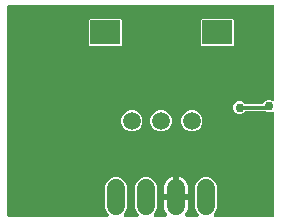
<source format=gbr>
G04 EAGLE Gerber RS-274X export*
G75*
%MOMM*%
%FSLAX34Y34*%
%LPD*%
%INBottom Copper*%
%IPPOS*%
%AMOC8*
5,1,8,0,0,1.08239X$1,22.5*%
G01*
%ADD10C,1.508000*%
%ADD11R,2.500000X2.000000*%
%ADD12C,1.524000*%
%ADD13C,0.756400*%
%ADD14C,0.304800*%

G36*
X97154Y12077D02*
X97154Y12077D01*
X97254Y12079D01*
X97327Y12097D01*
X97400Y12106D01*
X97495Y12139D01*
X97592Y12164D01*
X97659Y12198D01*
X97729Y12223D01*
X97813Y12278D01*
X97902Y12324D01*
X97959Y12372D01*
X98021Y12412D01*
X98091Y12484D01*
X98168Y12549D01*
X98212Y12609D01*
X98264Y12663D01*
X98315Y12749D01*
X98375Y12830D01*
X98404Y12898D01*
X98442Y12962D01*
X98473Y13058D01*
X98513Y13150D01*
X98526Y13223D01*
X98549Y13294D01*
X98557Y13394D01*
X98574Y13493D01*
X98571Y13567D01*
X98577Y13641D01*
X98562Y13741D01*
X98557Y13841D01*
X98536Y13912D01*
X98525Y13986D01*
X98488Y14079D01*
X98460Y14176D01*
X98424Y14241D01*
X98396Y14310D01*
X98339Y14392D01*
X98290Y14480D01*
X98225Y14556D01*
X98197Y14596D01*
X98171Y14620D01*
X98131Y14666D01*
X97022Y15775D01*
X95630Y19136D01*
X95630Y38014D01*
X97023Y41375D01*
X99595Y43947D01*
X102956Y45340D01*
X106594Y45340D01*
X109955Y43947D01*
X112527Y41375D01*
X113920Y38014D01*
X113920Y19136D01*
X112528Y15775D01*
X111419Y14666D01*
X111356Y14587D01*
X111286Y14515D01*
X111248Y14451D01*
X111202Y14393D01*
X111159Y14302D01*
X111108Y14216D01*
X111085Y14145D01*
X111053Y14078D01*
X111032Y13980D01*
X111001Y13884D01*
X110995Y13810D01*
X110980Y13737D01*
X110981Y13637D01*
X110973Y13537D01*
X110984Y13463D01*
X110986Y13389D01*
X111010Y13292D01*
X111025Y13192D01*
X111053Y13123D01*
X111071Y13051D01*
X111117Y12962D01*
X111154Y12868D01*
X111196Y12807D01*
X111230Y12741D01*
X111295Y12665D01*
X111353Y12582D01*
X111408Y12532D01*
X111456Y12476D01*
X111537Y12416D01*
X111612Y12349D01*
X111677Y12313D01*
X111736Y12268D01*
X111829Y12229D01*
X111917Y12180D01*
X111988Y12160D01*
X112056Y12130D01*
X112155Y12113D01*
X112252Y12085D01*
X112352Y12077D01*
X112399Y12069D01*
X112435Y12071D01*
X112496Y12066D01*
X122454Y12066D01*
X122554Y12077D01*
X122654Y12079D01*
X122727Y12097D01*
X122800Y12106D01*
X122895Y12139D01*
X122992Y12164D01*
X123059Y12198D01*
X123129Y12223D01*
X123213Y12278D01*
X123302Y12324D01*
X123359Y12372D01*
X123421Y12412D01*
X123491Y12484D01*
X123568Y12549D01*
X123612Y12609D01*
X123664Y12663D01*
X123715Y12749D01*
X123775Y12830D01*
X123804Y12898D01*
X123842Y12962D01*
X123873Y13058D01*
X123913Y13150D01*
X123926Y13223D01*
X123949Y13294D01*
X123957Y13394D01*
X123974Y13493D01*
X123971Y13567D01*
X123977Y13641D01*
X123962Y13741D01*
X123957Y13841D01*
X123936Y13912D01*
X123925Y13986D01*
X123888Y14079D01*
X123860Y14176D01*
X123824Y14241D01*
X123796Y14310D01*
X123739Y14392D01*
X123690Y14480D01*
X123625Y14556D01*
X123597Y14596D01*
X123571Y14620D01*
X123531Y14666D01*
X122422Y15775D01*
X121030Y19136D01*
X121030Y38014D01*
X122423Y41375D01*
X124995Y43947D01*
X128356Y45340D01*
X131994Y45340D01*
X135355Y43947D01*
X137927Y41375D01*
X139320Y38014D01*
X139320Y19136D01*
X137928Y15775D01*
X136819Y14666D01*
X136756Y14587D01*
X136686Y14515D01*
X136648Y14451D01*
X136602Y14393D01*
X136559Y14302D01*
X136508Y14216D01*
X136485Y14145D01*
X136453Y14078D01*
X136432Y13980D01*
X136401Y13884D01*
X136395Y13810D01*
X136380Y13737D01*
X136381Y13637D01*
X136373Y13537D01*
X136384Y13463D01*
X136386Y13389D01*
X136410Y13292D01*
X136425Y13192D01*
X136453Y13123D01*
X136471Y13051D01*
X136517Y12962D01*
X136554Y12868D01*
X136596Y12807D01*
X136630Y12741D01*
X136695Y12665D01*
X136753Y12582D01*
X136808Y12532D01*
X136856Y12476D01*
X136937Y12416D01*
X137012Y12349D01*
X137077Y12313D01*
X137136Y12268D01*
X137229Y12229D01*
X137317Y12180D01*
X137388Y12160D01*
X137456Y12130D01*
X137555Y12113D01*
X137652Y12085D01*
X137752Y12077D01*
X137799Y12069D01*
X137835Y12071D01*
X137896Y12066D01*
X146485Y12066D01*
X146639Y12084D01*
X146793Y12097D01*
X146812Y12103D01*
X146831Y12106D01*
X146977Y12158D01*
X147124Y12207D01*
X147141Y12217D01*
X147159Y12223D01*
X147289Y12307D01*
X147422Y12388D01*
X147435Y12402D01*
X147452Y12412D01*
X147560Y12524D01*
X147670Y12632D01*
X147680Y12649D01*
X147694Y12663D01*
X147774Y12796D01*
X147856Y12927D01*
X147863Y12945D01*
X147873Y12962D01*
X147920Y13109D01*
X147971Y13256D01*
X147973Y13275D01*
X147979Y13294D01*
X147991Y13448D01*
X148008Y13603D01*
X148005Y13622D01*
X148007Y13641D01*
X147984Y13794D01*
X147965Y13949D01*
X147958Y13967D01*
X147955Y13986D01*
X147898Y14130D01*
X147844Y14276D01*
X147832Y14295D01*
X147826Y14310D01*
X147802Y14346D01*
X147717Y14484D01*
X146885Y15630D01*
X146159Y17055D01*
X145664Y18576D01*
X145414Y20155D01*
X145414Y26036D01*
X154559Y26036D01*
X154585Y26039D01*
X154611Y26037D01*
X154758Y26059D01*
X154905Y26076D01*
X154930Y26084D01*
X154956Y26088D01*
X155093Y26143D01*
X155233Y26193D01*
X155255Y26207D01*
X155280Y26217D01*
X155401Y26302D01*
X155526Y26382D01*
X155544Y26401D01*
X155566Y26416D01*
X155580Y26432D01*
X155665Y26350D01*
X155688Y26336D01*
X155707Y26319D01*
X155837Y26247D01*
X155964Y26171D01*
X155989Y26163D01*
X156012Y26150D01*
X156155Y26110D01*
X156296Y26065D01*
X156322Y26062D01*
X156347Y26055D01*
X156591Y26036D01*
X165736Y26036D01*
X165736Y20155D01*
X165486Y18576D01*
X164991Y17055D01*
X164265Y15630D01*
X163433Y14484D01*
X163357Y14349D01*
X163277Y14216D01*
X163271Y14198D01*
X163262Y14181D01*
X163218Y14031D01*
X163171Y13884D01*
X163170Y13865D01*
X163164Y13846D01*
X163155Y13691D01*
X163143Y13537D01*
X163146Y13518D01*
X163145Y13498D01*
X163172Y13345D01*
X163195Y13192D01*
X163202Y13174D01*
X163205Y13155D01*
X163266Y13012D01*
X163324Y12868D01*
X163335Y12852D01*
X163342Y12835D01*
X163434Y12709D01*
X163522Y12582D01*
X163537Y12569D01*
X163548Y12554D01*
X163666Y12452D01*
X163781Y12349D01*
X163798Y12339D01*
X163813Y12327D01*
X163950Y12255D01*
X164086Y12180D01*
X164105Y12175D01*
X164122Y12166D01*
X164272Y12128D01*
X164422Y12085D01*
X164445Y12083D01*
X164460Y12080D01*
X164503Y12079D01*
X164665Y12066D01*
X173254Y12066D01*
X173354Y12077D01*
X173454Y12079D01*
X173527Y12097D01*
X173600Y12106D01*
X173695Y12139D01*
X173792Y12164D01*
X173859Y12198D01*
X173929Y12223D01*
X174013Y12278D01*
X174102Y12324D01*
X174159Y12372D01*
X174221Y12412D01*
X174291Y12484D01*
X174368Y12549D01*
X174412Y12609D01*
X174464Y12663D01*
X174515Y12749D01*
X174575Y12830D01*
X174604Y12898D01*
X174642Y12962D01*
X174673Y13058D01*
X174713Y13150D01*
X174726Y13223D01*
X174749Y13294D01*
X174757Y13394D01*
X174774Y13493D01*
X174771Y13567D01*
X174777Y13641D01*
X174762Y13741D01*
X174757Y13841D01*
X174736Y13912D01*
X174725Y13986D01*
X174688Y14079D01*
X174660Y14176D01*
X174624Y14241D01*
X174596Y14310D01*
X174539Y14392D01*
X174490Y14480D01*
X174425Y14556D01*
X174397Y14596D01*
X174371Y14620D01*
X174331Y14666D01*
X173222Y15775D01*
X171830Y19136D01*
X171830Y38014D01*
X173223Y41375D01*
X175795Y43947D01*
X179156Y45340D01*
X182794Y45340D01*
X186155Y43947D01*
X188727Y41375D01*
X190120Y38014D01*
X190120Y19136D01*
X188728Y15775D01*
X187619Y14666D01*
X187556Y14587D01*
X187486Y14515D01*
X187448Y14451D01*
X187402Y14393D01*
X187359Y14302D01*
X187308Y14216D01*
X187285Y14145D01*
X187253Y14078D01*
X187232Y13980D01*
X187201Y13884D01*
X187195Y13810D01*
X187180Y13737D01*
X187181Y13637D01*
X187173Y13537D01*
X187184Y13463D01*
X187186Y13389D01*
X187210Y13292D01*
X187225Y13192D01*
X187253Y13123D01*
X187271Y13051D01*
X187317Y12962D01*
X187354Y12868D01*
X187396Y12807D01*
X187430Y12741D01*
X187495Y12665D01*
X187553Y12582D01*
X187608Y12532D01*
X187656Y12476D01*
X187737Y12416D01*
X187812Y12349D01*
X187877Y12313D01*
X187936Y12268D01*
X188029Y12229D01*
X188117Y12180D01*
X188188Y12160D01*
X188256Y12130D01*
X188355Y12113D01*
X188452Y12085D01*
X188552Y12077D01*
X188599Y12069D01*
X188635Y12071D01*
X188696Y12066D01*
X237236Y12066D01*
X237262Y12069D01*
X237288Y12067D01*
X237435Y12089D01*
X237582Y12106D01*
X237607Y12114D01*
X237633Y12118D01*
X237771Y12173D01*
X237910Y12223D01*
X237932Y12237D01*
X237957Y12247D01*
X238078Y12332D01*
X238203Y12412D01*
X238221Y12431D01*
X238243Y12446D01*
X238342Y12556D01*
X238445Y12663D01*
X238459Y12685D01*
X238476Y12705D01*
X238548Y12835D01*
X238624Y12962D01*
X238632Y12987D01*
X238645Y13010D01*
X238685Y13153D01*
X238730Y13294D01*
X238732Y13320D01*
X238740Y13345D01*
X238759Y13589D01*
X238759Y99562D01*
X238742Y99711D01*
X238730Y99861D01*
X238722Y99884D01*
X238719Y99908D01*
X238669Y100049D01*
X238623Y100193D01*
X238610Y100213D01*
X238602Y100236D01*
X238520Y100362D01*
X238443Y100491D01*
X238426Y100509D01*
X238413Y100529D01*
X238305Y100633D01*
X238200Y100741D01*
X238180Y100754D01*
X238162Y100771D01*
X238033Y100848D01*
X237907Y100929D01*
X237884Y100938D01*
X237863Y100950D01*
X237720Y100996D01*
X237578Y101046D01*
X237554Y101049D01*
X237531Y101056D01*
X237382Y101068D01*
X237232Y101085D01*
X237208Y101082D01*
X237184Y101084D01*
X237035Y101062D01*
X236886Y101044D01*
X236858Y101035D01*
X236839Y101032D01*
X236795Y101015D01*
X236653Y100969D01*
X235244Y100385D01*
X233132Y100385D01*
X231037Y101253D01*
X230977Y101282D01*
X230866Y101343D01*
X230820Y101356D01*
X230776Y101377D01*
X230653Y101403D01*
X230531Y101438D01*
X230470Y101443D01*
X230435Y101450D01*
X230387Y101449D01*
X230287Y101457D01*
X214371Y101457D01*
X214245Y101443D01*
X214119Y101436D01*
X214073Y101423D01*
X214025Y101417D01*
X213906Y101375D01*
X213784Y101340D01*
X213742Y101316D01*
X213697Y101300D01*
X213590Y101231D01*
X213480Y101170D01*
X213434Y101130D01*
X213404Y101111D01*
X213370Y101076D01*
X213294Y101011D01*
X212290Y100007D01*
X210339Y99199D01*
X208228Y99199D01*
X206278Y100007D01*
X204785Y101500D01*
X203977Y103450D01*
X203977Y105562D01*
X204785Y107512D01*
X206278Y109005D01*
X208228Y109813D01*
X210339Y109813D01*
X212290Y109005D01*
X213294Y108001D01*
X213393Y107922D01*
X213487Y107838D01*
X213529Y107814D01*
X213567Y107784D01*
X213681Y107730D01*
X213792Y107669D01*
X213838Y107656D01*
X213882Y107635D01*
X214005Y107609D01*
X214127Y107574D01*
X214188Y107569D01*
X214223Y107562D01*
X214271Y107563D01*
X214371Y107555D01*
X228198Y107555D01*
X228274Y107563D01*
X228350Y107562D01*
X228446Y107583D01*
X228544Y107595D01*
X228616Y107620D01*
X228691Y107637D01*
X228779Y107679D01*
X228872Y107712D01*
X228936Y107754D01*
X229005Y107786D01*
X229082Y107848D01*
X229165Y107901D01*
X229218Y107956D01*
X229278Y108004D01*
X229339Y108081D01*
X229407Y108152D01*
X229446Y108217D01*
X229494Y108277D01*
X229562Y108410D01*
X229586Y108451D01*
X229592Y108469D01*
X229605Y108495D01*
X229689Y108698D01*
X231182Y110191D01*
X233132Y110999D01*
X235244Y110999D01*
X236653Y110415D01*
X236798Y110374D01*
X236941Y110328D01*
X236965Y110326D01*
X236988Y110319D01*
X237139Y110312D01*
X237288Y110300D01*
X237312Y110303D01*
X237336Y110302D01*
X237484Y110329D01*
X237633Y110352D01*
X237655Y110360D01*
X237679Y110365D01*
X237817Y110425D01*
X237957Y110480D01*
X237977Y110494D01*
X237999Y110504D01*
X238120Y110593D01*
X238243Y110679D01*
X238259Y110697D01*
X238279Y110712D01*
X238376Y110826D01*
X238476Y110938D01*
X238488Y110959D01*
X238504Y110978D01*
X238572Y111111D01*
X238645Y111243D01*
X238651Y111266D01*
X238662Y111288D01*
X238699Y111433D01*
X238740Y111578D01*
X238742Y111608D01*
X238747Y111626D01*
X238747Y111673D01*
X238759Y111822D01*
X238759Y189611D01*
X238756Y189637D01*
X238758Y189663D01*
X238736Y189810D01*
X238719Y189957D01*
X238711Y189982D01*
X238707Y190008D01*
X238652Y190146D01*
X238602Y190285D01*
X238588Y190307D01*
X238578Y190332D01*
X238493Y190453D01*
X238413Y190578D01*
X238394Y190596D01*
X238379Y190618D01*
X238269Y190717D01*
X238162Y190820D01*
X238140Y190834D01*
X238120Y190851D01*
X237990Y190923D01*
X237863Y190999D01*
X237838Y191007D01*
X237815Y191020D01*
X237672Y191060D01*
X237531Y191105D01*
X237505Y191107D01*
X237480Y191115D01*
X237236Y191134D01*
X13589Y191134D01*
X13563Y191131D01*
X13537Y191133D01*
X13390Y191111D01*
X13243Y191094D01*
X13218Y191086D01*
X13192Y191082D01*
X13054Y191027D01*
X12915Y190977D01*
X12893Y190963D01*
X12868Y190953D01*
X12747Y190868D01*
X12622Y190788D01*
X12604Y190769D01*
X12582Y190754D01*
X12483Y190644D01*
X12380Y190537D01*
X12366Y190515D01*
X12349Y190495D01*
X12277Y190365D01*
X12201Y190238D01*
X12193Y190213D01*
X12180Y190190D01*
X12140Y190047D01*
X12095Y189906D01*
X12093Y189880D01*
X12085Y189855D01*
X12066Y189611D01*
X12066Y13589D01*
X12069Y13563D01*
X12067Y13537D01*
X12089Y13390D01*
X12106Y13243D01*
X12114Y13218D01*
X12118Y13192D01*
X12173Y13054D01*
X12223Y12915D01*
X12237Y12893D01*
X12247Y12868D01*
X12332Y12747D01*
X12412Y12622D01*
X12431Y12604D01*
X12446Y12582D01*
X12556Y12483D01*
X12663Y12380D01*
X12685Y12366D01*
X12705Y12349D01*
X12835Y12277D01*
X12962Y12201D01*
X12987Y12193D01*
X13010Y12180D01*
X13153Y12140D01*
X13294Y12095D01*
X13320Y12093D01*
X13345Y12085D01*
X13589Y12066D01*
X97054Y12066D01*
X97154Y12077D01*
G37*
%LPC*%
G36*
X177243Y156750D02*
X177243Y156750D01*
X176350Y157643D01*
X176350Y178907D01*
X177243Y179800D01*
X203507Y179800D01*
X204400Y178907D01*
X204400Y157643D01*
X203507Y156750D01*
X177243Y156750D01*
G37*
%LPD*%
%LPC*%
G36*
X82243Y156750D02*
X82243Y156750D01*
X81350Y157643D01*
X81350Y178907D01*
X82243Y179800D01*
X108507Y179800D01*
X109400Y178907D01*
X109400Y157643D01*
X108507Y156750D01*
X82243Y156750D01*
G37*
%LPD*%
%LPC*%
G36*
X166872Y84210D02*
X166872Y84210D01*
X163540Y85590D01*
X160990Y88140D01*
X159610Y91472D01*
X159610Y95078D01*
X160990Y98410D01*
X163540Y100960D01*
X166872Y102340D01*
X170478Y102340D01*
X173810Y100960D01*
X176360Y98410D01*
X177740Y95078D01*
X177740Y91472D01*
X176360Y88140D01*
X173810Y85590D01*
X170478Y84210D01*
X166872Y84210D01*
G37*
%LPD*%
%LPC*%
G36*
X141072Y84210D02*
X141072Y84210D01*
X137740Y85590D01*
X135190Y88140D01*
X133810Y91472D01*
X133810Y95078D01*
X135190Y98410D01*
X137740Y100960D01*
X141072Y102340D01*
X144678Y102340D01*
X148010Y100960D01*
X150560Y98410D01*
X151940Y95078D01*
X151940Y91472D01*
X150560Y88140D01*
X148010Y85590D01*
X144678Y84210D01*
X141072Y84210D01*
G37*
%LPD*%
%LPC*%
G36*
X116072Y84210D02*
X116072Y84210D01*
X112740Y85590D01*
X110190Y88140D01*
X108810Y91472D01*
X108810Y95078D01*
X110190Y98410D01*
X112740Y100960D01*
X116072Y102340D01*
X119678Y102340D01*
X123010Y100960D01*
X125560Y98410D01*
X126940Y95078D01*
X126940Y91472D01*
X125560Y88140D01*
X123010Y85590D01*
X119678Y84210D01*
X116072Y84210D01*
G37*
%LPD*%
%LPC*%
G36*
X158114Y31114D02*
X158114Y31114D01*
X158114Y46054D01*
X159475Y45611D01*
X160900Y44885D01*
X162194Y43945D01*
X163325Y42814D01*
X164265Y41520D01*
X164991Y40095D01*
X165486Y38574D01*
X165736Y36995D01*
X165736Y31114D01*
X158114Y31114D01*
G37*
%LPD*%
%LPC*%
G36*
X145414Y31114D02*
X145414Y31114D01*
X145414Y36995D01*
X145664Y38574D01*
X146159Y40095D01*
X146885Y41520D01*
X147825Y42814D01*
X148956Y43945D01*
X150250Y44885D01*
X151675Y45611D01*
X153036Y46054D01*
X153036Y31114D01*
X145414Y31114D01*
G37*
%LPD*%
D10*
X117875Y93275D03*
X142875Y93275D03*
X168675Y93275D03*
D11*
X95375Y168275D03*
X190375Y168275D03*
D12*
X104775Y36195D02*
X104775Y20955D01*
X130175Y20955D02*
X130175Y36195D01*
X155575Y36195D02*
X155575Y20955D01*
X180975Y20955D02*
X180975Y36195D01*
D13*
X117475Y44450D03*
X142875Y44450D03*
X168275Y44450D03*
X87313Y122238D03*
X222250Y159544D03*
X52388Y130175D03*
X120537Y108063D03*
X192881Y55563D03*
X234188Y105692D03*
D14*
X233002Y104506D01*
X209284Y104506D01*
D13*
X209284Y104506D03*
M02*

</source>
